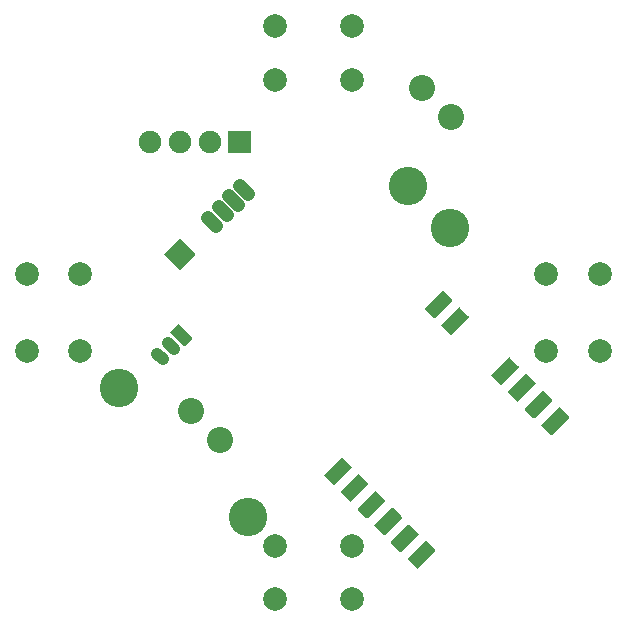
<source format=gbs>
G04 Layer: BottomSolderMaskLayer*
G04 EasyEDA v6.5.5, 2022-05-12 22:16:57*
G04 08c4366467794e2483e8b99e1b790a1a,62a2711f98894334b0c9608ef6a587eb,10*
G04 Gerber Generator version 0.2*
G04 Scale: 100 percent, Rotated: No, Reflected: No *
G04 Dimensions in millimeters *
G04 leading zeros omitted , absolute positions ,4 integer and 5 decimal *
%FSLAX45Y45*%
%MOMM*%

%ADD33C,1.1783*%
%ADD34C,1.0016*%
%ADD36C,2.0032*%
%ADD40C,1.9032*%
%ADD43C,3.2512*%
%ADD44C,3.2532*%
%ADD45C,2.2032*%

%LPD*%
D33*
X-819152Y737516D02*
G01*
X-888083Y806447D01*
X-729338Y827331D02*
G01*
X-798268Y896261D01*
X-639523Y917120D02*
G01*
X-708454Y986050D01*
X-549734Y1006934D02*
G01*
X-618665Y1075865D01*
D34*
X-1231249Y-254650D02*
G01*
X-1181750Y-304149D01*
X-1321038Y-344464D02*
G01*
X-1271539Y-393964D01*
D36*
G01*
X324993Y-2424988D03*
G01*
X-324993Y-2424988D03*
G01*
X324993Y-1975002D03*
G01*
X-324993Y-1975002D03*
G01*
X-2424988Y-324993D03*
G01*
X-2424988Y324993D03*
G01*
X-1975002Y-324993D03*
G01*
X-1975002Y324993D03*
G01*
X-324993Y2424988D03*
G01*
X324993Y2424988D03*
G01*
X-324993Y1975002D03*
G01*
X324993Y1975002D03*
G01*
X1975027Y-324993D03*
G01*
X1975027Y324993D03*
G01*
X2425014Y-324993D03*
G01*
X2425014Y324993D03*
G36*
X-1131823Y364929D02*
G01*
X-1134871Y365945D01*
X-1137412Y367977D01*
X-1137412Y367792D01*
X-1257807Y488187D01*
X-1257622Y488187D01*
X-1259654Y490728D01*
X-1260670Y493776D01*
X-1260670Y496823D01*
X-1259654Y499871D01*
X-1257622Y502412D01*
X-1257807Y502412D01*
X-1137412Y622807D01*
X-1137412Y622622D01*
X-1134871Y624654D01*
X-1131823Y625670D01*
X-1128776Y625670D01*
X-1125728Y624654D01*
X-1123187Y622622D01*
X-1123187Y622807D01*
X-1002792Y502412D01*
X-1002977Y502412D01*
X-1000945Y499871D01*
X-999929Y496823D01*
X-999929Y493776D01*
X-1000945Y490728D01*
X-1002977Y488187D01*
X-1002792Y488187D01*
X-1123187Y367792D01*
X-1123187Y367977D01*
X-1125728Y365945D01*
X-1128776Y364929D01*
G37*
G36*
X-707389Y1352550D02*
G01*
X-707301Y1352638D01*
X-710349Y1353146D01*
X-713397Y1354670D01*
X-715429Y1356702D01*
X-716953Y1359750D01*
X-717461Y1362798D01*
X-717550Y1362710D01*
X-717550Y1532889D01*
X-717461Y1532801D01*
X-716953Y1535849D01*
X-715429Y1538897D01*
X-713397Y1540929D01*
X-710349Y1542453D01*
X-707301Y1542961D01*
X-707389Y1543050D01*
X-537210Y1543050D01*
X-537298Y1542961D01*
X-534250Y1542453D01*
X-531202Y1540929D01*
X-529170Y1538897D01*
X-527646Y1535849D01*
X-527138Y1532801D01*
X-527050Y1532889D01*
X-527050Y1362710D01*
X-527138Y1362798D01*
X-527646Y1359750D01*
X-529170Y1356702D01*
X-531202Y1354670D01*
X-534250Y1353146D01*
X-537298Y1352638D01*
X-537210Y1352550D01*
G37*
D40*
G01*
X-876300Y1447825D03*
G01*
X-1130300Y1447825D03*
G01*
X-1384325Y1447800D03*
G36*
X173515Y-1458203D02*
G01*
X170467Y-1457187D01*
X167927Y-1455155D01*
X167894Y-1455165D01*
X97028Y-1384554D01*
X97215Y-1384444D01*
X95183Y-1381904D01*
X94167Y-1378856D01*
X94167Y-1375808D01*
X95183Y-1372760D01*
X97215Y-1370220D01*
X97028Y-1370076D01*
X238505Y-1228852D01*
X238638Y-1228801D01*
X241178Y-1226769D01*
X244226Y-1225753D01*
X247274Y-1225753D01*
X250322Y-1226769D01*
X252862Y-1228801D01*
X252984Y-1228852D01*
X323595Y-1299463D01*
X323570Y-1299509D01*
X325602Y-1302049D01*
X326618Y-1305097D01*
X326618Y-1308145D01*
X325602Y-1311193D01*
X323595Y-1313687D01*
X182118Y-1455165D01*
X182151Y-1455155D01*
X179611Y-1457187D01*
X176563Y-1458203D01*
G37*
G36*
X1022202Y-43832D02*
G01*
X1019154Y-42816D01*
X1016614Y-40784D01*
X1016507Y-40894D01*
X945895Y29971D01*
X943871Y32466D01*
X942855Y35514D01*
X942855Y38562D01*
X943871Y41610D01*
X945903Y44150D01*
X945895Y44195D01*
X1087325Y185572D01*
X1089865Y187604D01*
X1092913Y188620D01*
X1095961Y188620D01*
X1099009Y187604D01*
X1101549Y185572D01*
X1101597Y185673D01*
X1172210Y114807D01*
X1172260Y114861D01*
X1174292Y112321D01*
X1175308Y109273D01*
X1175308Y106225D01*
X1174292Y103177D01*
X1172260Y100637D01*
X1172210Y100584D01*
X1030986Y-40894D01*
X1030838Y-40784D01*
X1028298Y-42816D01*
X1025250Y-43832D01*
G37*
G36*
X1163607Y-185270D02*
G01*
X1160559Y-184254D01*
X1158019Y-182222D01*
X1157986Y-182371D01*
X1087120Y-111505D01*
X1087307Y-111511D01*
X1085275Y-108971D01*
X1084259Y-105923D01*
X1084259Y-102875D01*
X1085275Y-99827D01*
X1087307Y-97287D01*
X1087120Y-97281D01*
X1228597Y44195D01*
X1228727Y44132D01*
X1231267Y46164D01*
X1234315Y47180D01*
X1237363Y47180D01*
X1240411Y46164D01*
X1242951Y44132D01*
X1243076Y44195D01*
X1313687Y-26415D01*
X1313662Y-26578D01*
X1315694Y-29118D01*
X1316710Y-32166D01*
X1316710Y-35214D01*
X1315694Y-38262D01*
X1313662Y-40802D01*
X1313687Y-40894D01*
X1172210Y-182371D01*
X1172243Y-182222D01*
X1169703Y-184254D01*
X1166655Y-185270D01*
G37*
G36*
X1587886Y-609516D02*
G01*
X1584838Y-608500D01*
X1582298Y-606468D01*
X1582165Y-606552D01*
X1511554Y-535939D01*
X1511589Y-535757D01*
X1509557Y-533217D01*
X1508541Y-530169D01*
X1508541Y-527121D01*
X1509557Y-524073D01*
X1511589Y-521533D01*
X1511554Y-521462D01*
X1653009Y-380111D01*
X1655549Y-378079D01*
X1658597Y-377062D01*
X1661645Y-377062D01*
X1664693Y-378079D01*
X1667233Y-380111D01*
X1667255Y-379984D01*
X1738121Y-450850D01*
X1737944Y-450822D01*
X1739976Y-453362D01*
X1740992Y-456410D01*
X1740992Y-459458D01*
X1739976Y-462506D01*
X1737944Y-465046D01*
X1738121Y-465073D01*
X1596644Y-606552D01*
X1596522Y-606468D01*
X1593982Y-608500D01*
X1590934Y-609516D01*
G37*
G36*
X1729364Y-750884D02*
G01*
X1726316Y-749868D01*
X1723776Y-747836D01*
X1723644Y-748029D01*
X1653031Y-677163D01*
X1653065Y-677125D01*
X1651033Y-674585D01*
X1650017Y-671537D01*
X1650017Y-668489D01*
X1651033Y-665441D01*
X1653065Y-662901D01*
X1653031Y-662939D01*
X1794510Y-521462D01*
X1797027Y-519450D01*
X1800075Y-518434D01*
X1803123Y-518434D01*
X1806171Y-519450D01*
X1808711Y-521482D01*
X1808734Y-521462D01*
X1879600Y-592073D01*
X1879422Y-592190D01*
X1881454Y-594730D01*
X1882470Y-597778D01*
X1882470Y-600826D01*
X1881454Y-603874D01*
X1879422Y-606414D01*
X1879600Y-606552D01*
X1738121Y-748029D01*
X1738000Y-747836D01*
X1735460Y-749868D01*
X1732412Y-750884D01*
G37*
G36*
X1870694Y-892395D02*
G01*
X1867646Y-891379D01*
X1865106Y-889347D01*
X1865121Y-889507D01*
X1794255Y-818642D01*
X1794395Y-818636D01*
X1792363Y-816096D01*
X1791347Y-813048D01*
X1791347Y-810000D01*
X1792363Y-806952D01*
X1794395Y-804412D01*
X1794255Y-804418D01*
X1935734Y-662939D01*
X1935817Y-662993D01*
X1938357Y-660961D01*
X1941405Y-659945D01*
X1944453Y-659945D01*
X1947501Y-660961D01*
X1950041Y-662993D01*
X1950211Y-662939D01*
X2020824Y-733552D01*
X2020752Y-733701D01*
X2022784Y-736241D01*
X2023800Y-739289D01*
X2023800Y-742337D01*
X2022784Y-745385D01*
X2020752Y-747925D01*
X2020824Y-748029D01*
X1879345Y-889507D01*
X1879330Y-889347D01*
X1876790Y-891379D01*
X1873742Y-892395D01*
G37*
G36*
X2012007Y-1033924D02*
G01*
X2008959Y-1032908D01*
X2006419Y-1030876D01*
X2006345Y-1030986D01*
X1935734Y-960120D01*
X1935711Y-960165D01*
X1933679Y-957625D01*
X1932663Y-954577D01*
X1932663Y-951529D01*
X1933679Y-948481D01*
X1935711Y-945941D01*
X1935734Y-945895D01*
X2076958Y-804418D01*
X2077130Y-804522D01*
X2079670Y-802490D01*
X2082718Y-801474D01*
X2085766Y-801474D01*
X2088814Y-802490D01*
X2091354Y-804522D01*
X2091436Y-804418D01*
X2162047Y-875284D01*
X2162065Y-875230D01*
X2164097Y-877770D01*
X2165113Y-880818D01*
X2165113Y-883866D01*
X2164097Y-886914D01*
X2162065Y-889454D01*
X2162047Y-889507D01*
X2020824Y-1030986D01*
X2020643Y-1030876D01*
X2018103Y-1032908D01*
X2015055Y-1033924D01*
G37*
G36*
X880676Y-2165256D02*
G01*
X877628Y-2164240D01*
X875088Y-2162208D01*
X875029Y-2162302D01*
X804418Y-2091689D01*
X804377Y-2091499D01*
X802345Y-2088959D01*
X801329Y-2085911D01*
X801329Y-2082863D01*
X802345Y-2079815D01*
X804377Y-2077275D01*
X804418Y-2077212D01*
X945642Y-1935734D01*
X945799Y-1935853D01*
X948339Y-1933821D01*
X951387Y-1932805D01*
X954435Y-1932805D01*
X957483Y-1933821D01*
X960023Y-1935853D01*
X960120Y-1935734D01*
X1030731Y-2006600D01*
X1032763Y-2009104D01*
X1033779Y-2012152D01*
X1033779Y-2015200D01*
X1032763Y-2018248D01*
X1030731Y-2020788D01*
X1030731Y-2020823D01*
X889507Y-2162302D01*
X889312Y-2162208D01*
X886772Y-2164240D01*
X883724Y-2165256D01*
G37*
G36*
X739200Y-2023889D02*
G01*
X736152Y-2022873D01*
X733612Y-2020841D01*
X733552Y-2020823D01*
X662939Y-1950212D01*
X662901Y-1950130D01*
X660869Y-1947590D01*
X659853Y-1944542D01*
X659853Y-1941494D01*
X660869Y-1938446D01*
X662901Y-1935906D01*
X662939Y-1935734D01*
X804163Y-1794510D01*
X804324Y-1794487D01*
X806864Y-1792455D01*
X809912Y-1791439D01*
X812960Y-1791439D01*
X816008Y-1792455D01*
X818548Y-1794487D01*
X818642Y-1794510D01*
X889254Y-1865121D01*
X889259Y-1865198D01*
X891291Y-1867738D01*
X892307Y-1870786D01*
X892307Y-1873834D01*
X891291Y-1876882D01*
X889259Y-1879422D01*
X889254Y-1879600D01*
X748029Y-2020823D01*
X747836Y-2020841D01*
X745296Y-2022873D01*
X742248Y-2023889D01*
G37*
G36*
X597778Y-1882470D02*
G01*
X594730Y-1881454D01*
X592190Y-1879422D01*
X592073Y-1879600D01*
X521462Y-1808734D01*
X521482Y-1808711D01*
X519450Y-1806171D01*
X518434Y-1803123D01*
X518434Y-1800075D01*
X519450Y-1797027D01*
X521482Y-1794487D01*
X521462Y-1794510D01*
X662939Y-1653031D01*
X665441Y-1651033D01*
X668489Y-1650017D01*
X671537Y-1650017D01*
X674585Y-1651033D01*
X677125Y-1653065D01*
X677163Y-1653031D01*
X748029Y-1723644D01*
X747836Y-1723776D01*
X749868Y-1726316D01*
X750884Y-1729364D01*
X750884Y-1732412D01*
X749868Y-1735460D01*
X747836Y-1738000D01*
X748029Y-1738121D01*
X606552Y-1879600D01*
X606414Y-1879422D01*
X603874Y-1881454D01*
X600826Y-1882470D01*
G37*
G36*
X456356Y-1741045D02*
G01*
X453308Y-1740029D01*
X450768Y-1737997D01*
X450595Y-1738121D01*
X379984Y-1667255D01*
X380057Y-1667286D01*
X378025Y-1664746D01*
X377009Y-1661698D01*
X377009Y-1658650D01*
X378025Y-1655602D01*
X380057Y-1653062D01*
X379984Y-1653031D01*
X521462Y-1511554D01*
X521479Y-1511642D01*
X524019Y-1509610D01*
X527067Y-1508594D01*
X530115Y-1508594D01*
X533163Y-1509610D01*
X535686Y-1511554D01*
X606552Y-1582165D01*
X606414Y-1582353D01*
X608446Y-1584893D01*
X609462Y-1587941D01*
X609462Y-1590989D01*
X608446Y-1594037D01*
X606414Y-1596577D01*
X606552Y-1596644D01*
X465073Y-1738121D01*
X464992Y-1737997D01*
X462452Y-1740029D01*
X459404Y-1741045D01*
G37*
G36*
X314934Y-1599625D02*
G01*
X311886Y-1598609D01*
X309346Y-1596577D01*
X309371Y-1596644D01*
X238505Y-1526031D01*
X238638Y-1525866D01*
X236606Y-1523326D01*
X235590Y-1520278D01*
X235590Y-1517230D01*
X236606Y-1514182D01*
X238638Y-1511642D01*
X238505Y-1511554D01*
X379984Y-1370076D01*
X380057Y-1370220D01*
X382597Y-1368188D01*
X385645Y-1367172D01*
X388693Y-1367172D01*
X391741Y-1368188D01*
X394281Y-1370220D01*
X394462Y-1370076D01*
X465073Y-1440942D01*
X464992Y-1440931D01*
X467024Y-1443471D01*
X468040Y-1446519D01*
X468040Y-1449567D01*
X467024Y-1452615D01*
X464992Y-1455155D01*
X465073Y-1455165D01*
X323595Y-1596644D01*
X323570Y-1596577D01*
X321030Y-1598609D01*
X317982Y-1599625D01*
G37*
D43*
G01*
X-1640662Y-637489D03*
G01*
X-551713Y-1726437D03*
G01*
X806094Y1073607D03*
D44*
G01*
X1159560Y720140D03*
D45*
G01*
X-790676Y-1076223D03*
G01*
X-1038148Y-828751D03*
G01*
X917676Y1901723D03*
G01*
X1165148Y1654251D03*
G36*
X-1092710Y-283067D02*
G01*
X-1094234Y-282559D01*
X-1095504Y-281543D01*
X-1095502Y-281686D01*
X-1208786Y-168402D01*
X-1208643Y-168404D01*
X-1209659Y-167134D01*
X-1210167Y-165610D01*
X-1210167Y-164086D01*
X-1209659Y-162562D01*
X-1208643Y-161292D01*
X-1208786Y-161289D01*
X-1145031Y-97536D01*
X-1145001Y-97652D01*
X-1143731Y-96636D01*
X-1142207Y-96128D01*
X-1140683Y-96128D01*
X-1139159Y-96636D01*
X-1137920Y-97652D01*
X-1024636Y-210820D01*
X-1024752Y-210789D01*
X-1023736Y-212059D01*
X-1023228Y-213583D01*
X-1023228Y-215107D01*
X-1023736Y-216631D01*
X-1024752Y-217901D01*
X-1024636Y-217931D01*
X-1088389Y-281686D01*
X-1088392Y-281543D01*
X-1089662Y-282559D01*
X-1091186Y-283067D01*
G37*
M02*

</source>
